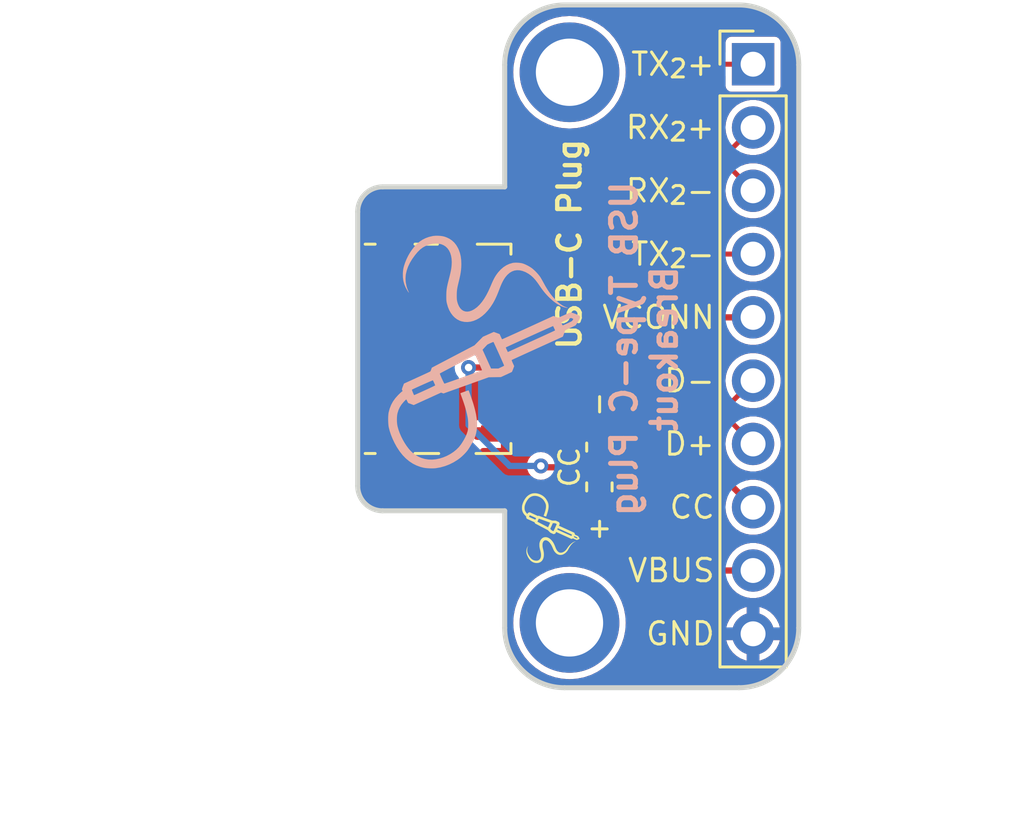
<source format=kicad_pcb>
(kicad_pcb (version 20221018) (generator pcbnew)
  (layers (0 "F.Cu" signal) (31 "B.Cu" signal) (34 "B.Paste" user) (35 "F.Paste" user) (36 "B.SilkS" user "B.Silkscreen") (37 "F.SilkS" user "F.Silkscreen") (38 "B.Mask" user) (39 "F.Mask" user) (44 "Edge.Cuts" user))
  (net 0 "")
  (net 1 "/D+")
  (net 2 "/D-")
  (net 3 "/VCONN")
  (net 4 "/CC")
  (net 5 "GND")
  (net 6 "VBUS")
  (net 7 "/TX2-")
  (net 8 "/RX2-")
  (net 9 "/RX2+")
  (net 10 "/TX2+")
  (footprint "Connector_USB_Extra:USB_C_Plug_UTC009-C12" (layer "F.Cu") (at 123.4 56 -90)
    (fp_text reference "P1" hide)
    (fp_text value "USB_C_Plug")
    (pad "A1" smd rect (at 2.75 -0.2 270) (size 0.35 1.9) (layers "F.Cu" "F.Paste" "F.Mask") (net 5 "GND"))
    (pad "A4" smd rect (at 1.25 -0.2 270) (size 0.35 1.9) (layers "F.Cu" "F.Paste" "F.Mask") (net 6 "VBUS"))
    (pad "A5" smd rect (at 0.75 -0.2 270) (size 0.35 1.9) (layers "F.Cu" "F.Paste" "F.Mask") (net 4 "/CC"))
    (pad "A6" smd rect (at 0.25 -0.2 270) (size 0.35 1.9) (layers "F.Cu" "F.Paste" "F.Mask") (net 1 "/D+"))
    (pad "A7" smd rect (at -0.25 -0.2 270) (size 0.35 1.9) (layers "F.Cu" "F.Paste" "F.Mask") (net 2 "/D-"))
    (pad "A10" smd rect (at -1.75 -0.2 270) (size 0.35 1.9) (layers "F.Cu" "F.Paste" "F.Mask") (net 8 "/RX2-"))
    (pad "A11" smd rect (at -2.25 -0.2 270) (size 0.35 1.9) (layers "F.Cu" "F.Paste" "F.Mask") (net 9 "/RX2+"))
    (pad "B2" smd rect (at -2.75 -0.2 270) (size 0.35 1.9) (layers "F.Cu" "F.Paste" "F.Mask") (net 10 "/TX2+"))
    (pad "B3" smd rect (at -1.25 -0.2 270) (size 0.35 1.9) (layers "F.Cu" "F.Paste" "F.Mask") (net 7 "/TX2-"))
    (pad "B5" smd rect (at -0.75 -0.2 270) (size 0.35 1.9) (layers "F.Cu" "F.Paste" "F.Mask") (net 3 "/VCONN"))
    (pad "B9" smd rect (at 1.75 -0.2 270) (size 0.35 1.9) (layers "F.Cu" "F.Paste" "F.Mask") (net 6 "VBUS"))
    (pad "B12" smd rect (at 2.25 -0.2 270) (size 0.35 1.9) (layers "F.Cu" "F.Paste" "F.Mask") (net 5 "GND"))
    (pad "S1" smd rect (at -4.55 1.9 270) (size 1.5 1.4) (layers "F.Cu" "F.Paste" "F.Mask") (net 5 "GND"))
    (pad "S1" smd rect (at -4.55 4.4 270) (size 1.5 1.4) (layers "F.Cu" "F.Paste" "F.Mask") (net 5 "GND"))
    (pad "S1" smd rect (at -3.4 -0.1 270) (size 0.65 2.1) (layers "F.Cu" "F.Paste" "F.Mask") (net 5 "GND"))
    (pad "S1" smd rect (at -1.75 4.5 270) (size 1.2 1.2) (layers "F.Cu" "F.Paste" "F.Mask") (net 5 "GND"))
    (pad "S1" smd rect (at -1.25 2.75 270) (size 1.2 1.2) (layers "F.Cu" "F.Paste" "F.Mask") (net 5 "GND"))
    (pad "S1" smd rect (at 1.25 2.75 270) (size 1.2 1.2) (layers "F.Cu" "F.Paste" "F.Mask") (net 5 "GND"))
    (pad "S1" smd rect (at 1.75 4.5 270) (size 1.2 1.2) (layers "F.Cu" "F.Paste" "F.Mask") (net 5 "GND"))
    (pad "S1" smd rect (at 3.4 -0.1 270) (size 0.65 2.1) (layers "F.Cu" "F.Paste" "F.Mask") (net 5 "GND"))
    (pad "S1" smd rect (at 4.55 1.9 270) (size 1.5 1.3) (layers "F.Cu" "F.Paste" "F.Mask") (net 5 "GND"))
    (pad "S1" smd rect (at 4.55 4.4 270) (size 1.5 1.4) (layers "F.Cu" "F.Paste" "F.Mask") (net 5 "GND"))
  )
  (footprint "MountingHole:MountingHole_2.7mm_M2.5_DIN965_Pad" (layer "F.Cu") (at 126 44.900001)
    (fp_text reference "REF**" hide)
    (fp_text value "MountingHole_2.7mm_M2.5_DIN965_Pad")
    (pad "1" thru_hole circle (at 0 0) (size 4 4) (drill 2.7) (layers "*.Cu" "*.Mask"))
  )
  (footprint "Resistor_SMD:R_0603_1608Metric" (layer "F.Cu") (at 127.2 59.944 90)
    (fp_text reference "R2" hide)
    (fp_text value "PullDown")
    (pad "1" smd roundrect (at -0.7875 0 90) (size 0.875 0.95) (layers "F.Cu" "F.Paste" "F.Mask") (net 4 "/CC"))
    (pad "2" smd roundrect (at 0.7875 0 90) (size 0.875 0.95) (layers "F.Cu" "F.Paste" "F.Mask") (net 5 "GND"))
  )
  (footprint "Resistor_SMD:R_0603_1608Metric" (layer "F.Cu") (at 127.2 61.541002 90)
    (fp_text reference "R1" hide)
    (fp_text value "PullUp")
    (pad "1" smd roundrect (at -0.7875 0 90) (size 0.875 0.95) (layers "F.Cu" "F.Mask") (net 6 "VBUS"))
    (pad "2" smd roundrect (at 0.7875 0 90) (size 0.875 0.95) (layers "F.Cu" "F.Paste" "F.Mask") (net 4 "/CC"))
  )
  (footprint "Symbols_Extra:SolderParty-New-Logo_3x2.5mm_SilkScreen" (layer "F.Cu") (at 125.15 63.1 90)
    (fp_text reference "G***" hide)
    (fp_text value "LOGO" hide)
  )
  (footprint "MountingHole:MountingHole_2.7mm_M2.5_DIN965_Pad" (layer "F.Cu") (at 126 67)
    (fp_text reference "REF**" hide)
    (fp_text value "MountingHole_2.7mm_M2.5_DIN965_Pad")
    (pad "1" thru_hole circle (at 0 0) (size 4 4) (drill 2.7) (layers "*.Cu" "*.Mask"))
  )
  (footprint "Connector_PinHeader_2.54mm:PinHeader_1x10_P2.54mm_Vertical" (layer "F.Cu") (at 133.368 44.577)
    (fp_text reference "J1" hide)
    (fp_text value "Conn_01x10")
    (pad "1" thru_hole rect (at 0 0) (size 1.7 1.7) (drill 1) (layers "*.Cu" "*.Mask") (net 10 "/TX2+"))
    (pad "2" thru_hole oval (at 0 2.54) (size 1.7 1.7) (drill 1) (layers "*.Cu" "*.Mask") (net 9 "/RX2+"))
    (pad "3" thru_hole oval (at 0 5.08) (size 1.7 1.7) (drill 1) (layers "*.Cu" "*.Mask") (net 8 "/RX2-"))
    (pad "4" thru_hole oval (at 0 7.62) (size 1.7 1.7) (drill 1) (layers "*.Cu" "*.Mask") (net 7 "/TX2-"))
    (pad "5" thru_hole oval (at 0 10.16) (size 1.7 1.7) (drill 1) (layers "*.Cu" "*.Mask") (net 3 "/VCONN"))
    (pad "6" thru_hole oval (at 0 12.7) (size 1.7 1.7) (drill 1) (layers "*.Cu" "*.Mask") (net 2 "/D-"))
    (pad "7" thru_hole oval (at 0 15.24) (size 1.7 1.7) (drill 1) (layers "*.Cu" "*.Mask") (net 1 "/D+"))
    (pad "8" thru_hole oval (at 0 17.78) (size 1.7 1.7) (drill 1) (layers "*.Cu" "*.Mask") (net 4 "/CC"))
    (pad "9" thru_hole oval (at 0 20.32) (size 1.7 1.7) (drill 1) (layers "*.Cu" "*.Mask") (net 6 "VBUS"))
    (pad "10" thru_hole oval (at 0 22.86) (size 1.7 1.7) (drill 1) (layers "*.Cu" "*.Mask") (net 5 "GND"))
  )
  (footprint "Symbols_Extra:SolderParty-New-Logo_10x8.5mm_SilkScreen" (layer "B.Cu") (at 122.25 56.45 -90)
    (fp_text reference "G***" hide)
    (fp_text value "LOGO" hide)
  )
  (gr_line (start 123.4 49.5) (end 123.4 44.600001) (stroke (width 0.2)) (layer "Edge.Cuts"))
  (gr_line (start 123.4 62.5) (end 123.4 67.2) (stroke (width 0.2)) (layer "Edge.Cuts"))
  (gr_line (start 123.4 49.5) (end 118.5 49.5) (stroke (width 0.2)) (layer "Edge.Cuts"))
  (gr_line (start 123.4 62.5) (end 118.5 62.5) (stroke (width 0.2)) (layer "Edge.Cuts"))
  (gr_arc (start 117.5 50.5) (mid 117.792893 49.792893) (end 118.5 49.5) (stroke (width 0.2)) (layer "Edge.Cuts"))
  (gr_arc (start 118.5 62.5) (mid 117.792893 62.207107) (end 117.5 61.5) (stroke (width 0.2)) (layer "Edge.Cuts"))
  (gr_line (start 117.5 50.5) (end 117.5 61.5) (stroke (width 0.2)) (layer "Edge.Cuts"))
  (gr_arc (start 123.4 44.600001) (mid 124.102944 42.902945) (end 125.8 42.200001) (stroke (width 0.2)) (layer "Edge.Cuts"))
  (gr_line (start 132.8 42.2) (end 125.8 42.2) (stroke (width 0.2)) (layer "Edge.Cuts"))
  (gr_arc (start 132.8 42.2) (mid 134.497056 42.902944) (end 135.2 44.6) (stroke (width 0.2)) (layer "Edge.Cuts"))
  (gr_arc (start 135.2 67.2) (mid 134.497056 68.897056) (end 132.8 69.6) (stroke (width 0.2)) (layer "Edge.Cuts"))
  (gr_line (start 132.8 69.6) (end 125.8 69.6) (stroke (width 0.2)) (layer "Edge.Cuts"))
  (gr_line (start 135.2 67.2) (end 135.2 44.6) (stroke (width 0.2)) (layer "Edge.Cuts"))
  (gr_arc (start 125.8 69.6) (mid 124.102944 68.897056) (end 123.4 67.2) (stroke (width 0.2)) (layer "Edge.Cuts"))
  (gr_text "USB Type-C Plug\nBreakout" (at 129 56 90) (layer "B.SilkS") (effects (font (size 1 1) (thickness 0.2)) (justify mirror)))
  (gr_text "CC" (at 131.9 62.357) (layer "F.SilkS") (effects (font (size 0.9 0.9) (thickness 0.12)) (justify right)))
  (gr_text "TX_{2}-" (at 131.9 52.197) (layer "F.SilkS") (effects (font (size 0.9 0.9) (thickness 0.12)) (justify right)))
  (gr_text "-" (at 127.15 58.8 90) (layer "F.SilkS") (effects (font (size 0.8 0.8) (thickness 0.12)) (justify left)))
  (gr_text "D+" (at 131.9 59.817) (layer "F.SilkS") (effects (font (size 0.9 0.9) (thickness 0.12)) (justify right)))
  (gr_text "+" (at 127.15 63.8 90) (layer "F.SilkS") (effects (font (size 0.8 0.8) (thickness 0.12)) (justify left)))
  (gr_text "TX_{2}+" (at 131.9 44.577) (layer "F.SilkS") (effects (font (size 0.9 0.9) (thickness 0.12)) (justify right)))
  (gr_text "D-" (at 131.9 57.277) (layer "F.SilkS") (effects (font (size 0.9 0.9) (thickness 0.12)) (justify right)))
  (gr_text "CC" (at 126 60.75 90) (layer "F.SilkS") (effects (font (size 0.8 0.8) (thickness 0.12))))
  (gr_text "USB-C Plug" (at 126 51.8 90) (layer "F.SilkS") (effects (font (size 0.9 0.9) (thickness 0.175))))
  (gr_text "VBUS" (at 131.9 64.897) (layer "F.SilkS") (effects (font (size 0.9 0.9) (thickness 0.12)) (justify right)))
  (gr_text "RX_{2}+" (at 131.9 47.117) (layer "F.SilkS") (effects (font (size 0.9 0.9) (thickness 0.12)) (justify right)))
  (gr_text "VCONN" (at 131.9 54.737) (layer "F.SilkS") (effects (font (size 0.9 0.9) (thickness 0.12)) (justify right)))
  (gr_text "RX_{2}-" (at 131.9 49.657) (layer "F.SilkS") (effects (font (size 0.9 0.9) (thickness 0.12)) (justify right)))
  (gr_text "GND" (at 131.9 67.437) (layer "F.SilkS") (effects (font (size 0.9 0.9) (thickness 0.12)) (justify right)))
  (segment (start 123.6 56.25) (end 123.625 56.225) (width 0.2) (layer "F.Cu") (net 1))
  (segment (start 132.323 58.772) (end 133.368 59.817) (width 0.2) (layer "F.Cu") (net 1))
  (segment (start 123.625 56.225) (end 128.3068 56.225) (width 0.2) (layer "F.Cu") (net 1))
  (segment (start 128.3068 56.225) (end 130.8538 58.772) (width 0.2) (layer "F.Cu") (net 1))
  (segment (start 130.8538 58.772) (end 132.323 58.772) (width 0.2) (layer "F.Cu") (net 1))
  (segment (start 132.323 58.322) (end 133.368 57.277) (width 0.2) (layer "F.Cu") (net 2))
  (segment (start 128.4932 55.775) (end 131.0402 58.322) (width 0.2) (layer "F.Cu") (net 2))
  (segment (start 131.0402 58.322) (end 132.323 58.322) (width 0.2) (layer "F.Cu") (net 2))
  (segment (start 123.625 55.775) (end 128.4932 55.775) (width 0.2) (layer "F.Cu") (net 2))
  (segment (start 123.6 55.75) (end 123.625 55.775) (width 0.2) (layer "F.Cu") (net 2))
  (segment (start 131.963 54.737) (end 131.45 55.25) (width 0.25) (layer "F.Cu") (net 3))
  (segment (start 123.6 55.25) (end 131.45 55.25) (width 0.25) (layer "F.Cu") (net 3))
  (segment (start 133.368 54.737) (end 131.963 54.737) (width 0.25) (layer "F.Cu") (net 3))
  (segment (start 123.6 56.75) (end 121.95 56.75) (width 0.25) (layer "F.Cu") (net 4))
  (segment (start 127.2 60.753502) (end 124.903502 60.753502) (width 0.25) (layer "F.Cu") (net 4))
  (segment (start 127.761 56.75) (end 133.368 62.357) (width 0.25) (layer "F.Cu") (net 4))
  (segment (start 123.6 56.75) (end 127.761 56.75) (width 0.25) (layer "F.Cu") (net 4))
  (segment (start 124.903502 60.753502) (end 124.85 60.7) (width 0.25) (layer "F.Cu") (net 4))
  (via (at 124.85 60.7) (size 0.6) (drill 0.3) (layers "F.Cu" "B.Cu") (net 4))
  (via (at 121.95 56.75) (size 0.6) (drill 0.3) (layers "F.Cu" "B.Cu") (net 4))
  (segment (start 123.6 60.7) (end 121.95 59.05) (width 0.25) (layer "B.Cu") (net 4))
  (segment (start 121.95 59.05) (end 121.95 56.75) (width 0.25) (layer "B.Cu") (net 4))
  (segment (start 124.85 60.7) (end 123.6 60.7) (width 0.25) (layer "B.Cu") (net 4))
  (segment (start 128.193963 59.006037) (end 131.4 62.212074) (width 0.25) (layer "F.Cu") (net 6))
  (segment (start 127.2 62.328502) (end 127.771498 62.328502) (width 0.25) (layer "F.Cu") (net 6))
  (segment (start 127.771498 62.328502) (end 128.193963 61.906037) (width 0.25) (layer "F.Cu") (net 6))
  (segment (start 128.193963 61.906037) (end 128.193963 59.006037) (width 0.25) (layer "F.Cu") (net 6))
  (segment (start 123.6 57.25) (end 124.85 57.25) (width 0.25) (layer "F.Cu") (net 6))
  (segment (start 123.6 57.75) (end 124.85 57.75) (width 0.25) (layer "F.Cu") (net 6))
  (segment (start 126.687926 57.5) (end 128.193963 59.006037) (width 0.25) (layer "F.Cu") (net 6))
  (segment (start 131.4 62.212074) (end 131.4 64.15) (width 0.25) (layer "F.Cu") (net 6))
  (segment (start 124.85 57.25) (end 125.1 57.5) (width 0.25) (layer "F.Cu") (net 6))
  (segment (start 132.147 64.897) (end 133.368 64.897) (width 0.25) (layer "F.Cu") (net 6))
  (segment (start 131.4 64.15) (end 132.147 64.897) (width 0.25) (layer "F.Cu") (net 6))
  (segment (start 124.85 57.75) (end 125.1 57.5) (width 0.25) (layer "F.Cu") (net 6))
  (segment (start 125.1 57.5) (end 126.687926 57.5) (width 0.25) (layer "F.Cu") (net 6))
  (segment (start 129.637521 52.845403) (end 129.570343 52.845403) (width 0.2) (layer "F.Cu") (net 7))
  (segment (start 129.547828 53.522313) (end 129.576976 53.582839) (width 0.2) (layer "F.Cu") (net 7))
  (segment (start 130.240327 52.50712) (end 130.89288 53.159672) (width 0.2) (layer "F.Cu") (net 7))
  (segment (start 130.612069 52.040971) (end 130.551543 52.011823) (width 0.2) (layer "F.Cu") (net 7))
  (segment (start 130.779833 53.654968) (end 130.714338 53.669918) (width 0.2) (layer "F.Cu") (net 7))
  (segment (start 129.763542 52.889499) (end 129.703016 52.860351) (width 0.2) (layer "F.Cu") (net 7))
  (segment (start 131.089951 52.268032) (end 131.024457 52.282981) (width 0.2) (layer "F.Cu") (net 7))
  (segment (start 130.978861 53.338215) (end 130.978861 53.405393) (width 0.2) (layer "F.Cu") (net 7))
  (segment (start 130.963914 53.272719) (end 130.978861 53.338215) (width 0.2) (layer "F.Cu") (net 7))
  (segment (start 130.169294 52.394071) (end 130.198441 52.454597) (width 0.2) (layer "F.Cu") (net 7))
  (segment (start 130.52114 53.625821) (end 130.468616 53.583936) (width 0.2) (layer "F.Cu") (net 7))
  (segment (start 128.65 54.75) (end 128.202062 54.75) (width 0.2) (layer "F.Cu") (net 7))
  (segment (start 130.664591 52.082856) (end 130.612069 52.040971) (width 0.2) (layer "F.Cu") (net 7))
  (segment (start 129.591924 53.648333) (end 129.591924 53.715512) (width 0.2) (layer "F.Cu") (net 7))
  (segment (start 130.486049 51.996875) (end 130.41887 51.996875) (width 0.2) (layer "F.Cu") (net 7))
  (segment (start 129.591924 53.715512) (end 129.576976 53.781007) (width 0.2) (layer "F.Cu") (net 7))
  (segment (start 130.840358 53.625822) (end 130.779833 53.654968) (width 0.2) (layer "F.Cu") (net 7))
  (segment (start 130.240327 52.082856) (end 130.198441 52.135378) (width 0.2) (layer "F.Cu") (net 7))
  (segment (start 130.198441 52.135378) (end 130.169294 52.195904) (width 0.2) (layer "F.Cu") (net 7))
  (segment (start 129.570343 52.845403) (end 129.504848 52.860351) (width 0.2) (layer "F.Cu") (net 7))
  (segment (start 129.703016 52.860351) (end 129.637521 52.845403) (width 0.2) (layer "F.Cu") (net 7))
  (segment (start 130.963914 53.470887) (end 130.934765 53.531413) (width 0.2) (layer "F.Cu") (net 7))
  (segment (start 130.89288 53.583936) (end 130.840358 53.625822) (width 0.2) (layer "F.Cu") (net 7))
  (segment (start 129.305818 53.109926) (end 129.305818 53.177105) (width 0.2) (layer "F.Cu") (net 7))
  (segment (start 130.154345 52.261398) (end 130.154345 52.328577) (width 0.2) (layer "F.Cu") (net 7))
  (segment (start 129.505943 53.469791) (end 129.547828 53.522313) (width 0.2) (layer "F.Cu") (net 7))
  (segment (start 130.169294 52.195904) (end 130.154345 52.261398) (width 0.2) (layer "F.Cu") (net 7))
  (segment (start 129.349914 53.303125) (end 129.3918 53.355648) (width 0.2) (layer "F.Cu") (net 7))
  (segment (start 130.353375 52.011823) (end 130.29285 52.040971) (width 0.2) (layer "F.Cu") (net 7))
  (segment (start 129.576976 53.582839) (end 129.591924 53.648333) (width 0.2) (layer "F.Cu") (net 7))
  (segment (start 130.154345 52.328577) (end 130.169294 52.394071) (width 0.2) (layer "F.Cu") (net 7))
  (segment (start 129.505943 53.894055) (end 128.65 54.75) (width 0.2) (layer "F.Cu") (net 7))
  (segment (start 130.714338 53.669918) (end 130.64716 53.669917) (width 0.2) (layer "F.Cu") (net 7))
  (segment (start 129.320767 53.242599) (end 129.349914 53.303125) (width 0.2) (layer "F.Cu") (net 7))
  (segment (start 130.468616 53.583936) (end 129.816064 52.931384) (width 0.2) (layer "F.Cu") (net 7))
  (segment (start 130.89288 53.159672) (end 130.934766 53.212193) (width 0.2) (layer "F.Cu") (net 7))
  (segment (start 130.934766 53.212193) (end 130.963914 53.272719) (width 0.2) (layer "F.Cu") (net 7))
  (segment (start 130.957278 52.282981) (end 130.891784 52.268032) (width 0.2) (layer "F.Cu") (net 7))
  (segment (start 129.576976 53.781007) (end 129.547828 53.841532) (width 0.2) (layer "F.Cu") (net 7))
  (segment (start 131.150477 52.238885) (end 131.089951 52.268032) (width 0.2) (layer "F.Cu") (net 7))
  (segment (start 130.934765 53.531413) (end 130.89288 53.583936) (width 0.2) (layer "F.Cu") (net 7))
  (segment (start 130.41887 51.996875) (end 130.353375 52.011823) (width 0.2) (layer "F.Cu") (net 7))
  (segment (start 131.203 52.197) (end 131.150477 52.238885) (width 0.2) (layer "F.Cu") (net 7))
  (segment (start 130.29285 52.040971) (end 130.240327 52.082856) (width 0.2) (layer "F.Cu") (net 7))
  (segment (start 129.816064 52.931384) (end 129.763542 52.889499) (width 0.2) (layer "F.Cu") (net 7))
  (segment (start 129.3918 53.355648) (end 129.505943 53.469791) (width 0.2) (layer "F.Cu") (net 7))
  (segment (start 130.978861 53.405393) (end 130.963914 53.470887) (width 0.2) (layer "F.Cu") (net 7))
  (segment (start 130.581665 53.654969) (end 130.52114 53.625821) (width 0.2) (layer "F.Cu") (net 7))
  (segment (start 129.305818 53.177105) (end 129.320767 53.242599) (width 0.2) (layer "F.Cu") (net 7))
  (segment (start 130.551543 52.011823) (end 130.486049 51.996875) (width 0.2) (layer "F.Cu") (net 7))
  (segment (start 130.831258 52.238885) (end 130.778735 52.197) (width 0.2) (layer "F.Cu") (net 7))
  (segment (start 130.198441 52.454597) (end 130.240327 52.50712) (width 0.2) (layer "F.Cu") (net 7))
  (segment (start 130.778735 52.197) (end 130.664591 52.082856) (width 0.2) (layer "F.Cu") (net 7))
  (segment (start 129.504848 52.860351) (end 129.444323 52.889499) (width 0.2) (layer "F.Cu") (net 7))
  (segment (start 129.547828 53.841532) (end 129.505943 53.894055) (width 0.2) (layer "F.Cu") (net 7))
  (segment (start 131.024457 52.282981) (end 130.957278 52.282981) (width 0.2) (layer "F.Cu") (net 7))
  (segment (start 129.3918 52.931384) (end 129.349914 52.983906) (width 0.2) (layer "F.Cu") (net 7))
  (segment (start 129.320767 53.044432) (end 129.305818 53.109926) (width 0.2) (layer "F.Cu") (net 7))
  (segment (start 130.891784 52.268032) (end 130.831258 52.238885) (width 0.2) (layer "F.Cu") (net 7))
  (segment (start 129.444323 52.889499) (end 129.3918 52.931384) (width 0.2) (layer "F.Cu") (net 7))
  (segment (start 129.349914 52.983906) (end 129.320767 53.044432) (width 0.2) (layer "F.Cu") (net 7))
  (segment (start 128.202062 54.75) (end 123.6 54.75) (width 0.2) (layer "F.Cu") (net 7))
  (segment (start 130.64716 53.669917) (end 130.581665 53.654969) (width 0.2) (layer "F.Cu") (net 7))
  (segment (start 133.368 52.197) (end 131.203 52.197) (width 0.2) (layer "F.Cu") (net 7))
  (segment (start 123.625 54.225) (end 123.6 54.25) (width 0.2) (layer "F.Cu") (net 8))
  (segment (start 132.323 48.612) (end 131.5062 48.612) (width 0.2) (layer "F.Cu") (net 8))
  (segment (start 125.8932 54.225) (end 123.625 54.225) (width 0.2) (layer "F.Cu") (net 8))
  (segment (start 133.368 49.657) (end 132.323 48.612) (width 0.2) (layer "F.Cu") (net 8))
  (segment (start 131.5062 48.612) (end 125.8932 54.225) (width 0.2) (layer "F.Cu") (net 8))
  (segment (start 131.3198 48.162) (end 125.7068 53.775) (width 0.2) (layer "F.Cu") (net 9))
  (segment (start 132.323 48.162) (end 131.3198 48.162) (width 0.2) (layer "F.Cu") (net 9))
  (segment (start 133.368 47.117) (end 132.323 48.162) (width 0.2) (layer "F.Cu") (net 9))
  (segment (start 123.625 53.775) (end 123.6 53.75) (width 0.2) (layer "F.Cu") (net 9))
  (segment (start 125.7068 53.775) (end 123.625 53.775) (width 0.2) (layer "F.Cu") (net 9))
  (segment (start 130.95 45.15) (end 131.523 44.577) (width 0.2) (layer "F.Cu") (net 10))
  (segment (start 131.523 44.577) (end 133.368 44.577) (width 0.2) (layer "F.Cu") (net 10))
  (segment (start 124.55 53.25) (end 130.95 46.85) (width 0.2) (layer "F.Cu") (net 10))
  (segment (start 123.6 53.25) (end 124.55 53.25) (width 0.2) (layer "F.Cu") (net 10))
  (segment (start 130.95 46.85) (end 130.95 45.15) (width 0.2) (layer "F.Cu") (net 10))
  (zone (net 5) (net_name "GND") (layers "F&B.Cu") (connect_pads (clearance 0.254)) (min_thickness 0.254) (fill yes (thermal_gap 0.254) (thermal_bridge_width 0.508))
    (polygon (pts (xy 136 70) (xy 117 70) (xy 117 42) (xy 136 42)))
  )
)
</source>
